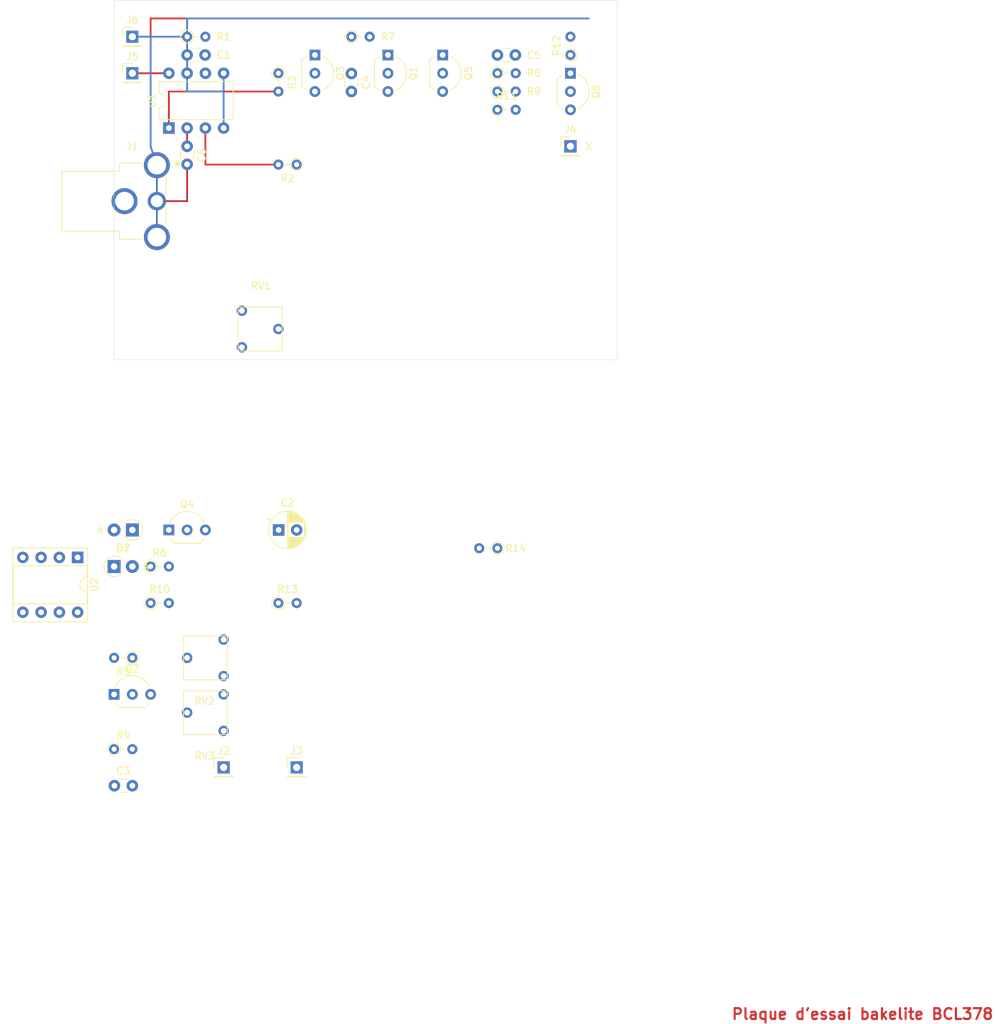
<source format=kicad_pcb>
(kicad_pcb (version 20211014) (generator pcbnew)
  (layers (0 "F.Cu" signal) (31 "B.Cu" signal) (34 "B.Paste" user) (35 "F.Paste" user) (36 "B.SilkS" user "B.Silkscreen") (37 "F.SilkS" user "F.Silkscreen") (38 "B.Mask" user) (39 "F.Mask" user) (44 "Edge.Cuts" user))
  (net 0 "")
  (net 1 "GND")
  (net 2 "+9V")
  (net 3 "Z")
  (net 4 "Net-(RV1-Pad2)")
  (net 5 "Net-(RV2-Pad2)")
  (net 9 "Net-(C1-Pad2)")
  (net 10 "Y")
  (net 11 "Net-(C4-Pad2)")
  (net 12 "Net-(C5-Pad1)")
  (net 13 "Net-(C5-Pad2)")
  (net 14 "Net-(C6-Pad1)")
  (net 15 "COMPOSITE_IN")
  (net 16 "Net-(D1-Pad1)")
  (net 17 "Net-(D1-Pad2)")
  (net 18 "X")
  (net 19 "Net-(Q1-Pad2)")
  (net 20 "Net-(Q2-Pad1)")
  (net 21 "Net-(Q3-Pad2)")
  (net 22 "Net-(Q4-Pad1)")
  (net 23 "Net-(Q5-Pad2)")
  (net 24 "Net-(Q6-Pad1)")
  (net 25 "Net-(R2-Pad2)")
  (net 26 "Net-(R3-Pad2)")
  (net 27 "Net-(R13-Pad1)")
  (footprint "Resistor_THT:R_Axial_DIN0204_L3.6mm_D1.6mm_P2.54mm_Vertical" (layer "F.Cu") (at 124.46 132.08)
    (fp_text reference "R13" (at 1.27 -1.92) (layer "F.SilkS"))
    (fp_text value "68k")
    (fp_line (start 0.92 0) (end 1.54 0) (layer "F.SilkS") (width 0.12))
    (fp_circle (center 0 0) (end 0.92 0) (layer "F.SilkS") (width 0.12) (fill none))
    (pad "1" thru_hole circle (at 0 0) (size 1.4 1.4) (drill 0.7) (layers *.Cu *.Mask) (net 27 "Net-(R13-Pad1)"))
    (pad "2" thru_hole oval (at 2.54 0) (size 1.4 1.4) (drill 0.7) (layers *.Cu *.Mask) (net 2 "+9V"))
  )
  (footprint "Resistor_THT:R_Axial_DIN0204_L3.6mm_D1.6mm_P2.54mm_Vertical" (layer "F.Cu") (at 154.94 58.42)
    (fp_text reference "R8" (at 5.08 0) (layer "F.SilkS"))
    (fp_text value "3.3k")
    (fp_line (start 0.92 0) (end 1.54 0) (layer "F.SilkS") (width 0.12))
    (fp_circle (center 0 0) (end 0.92 0) (layer "F.SilkS") (width 0.12) (fill none))
    (pad "1" thru_hole circle (at 0 0) (size 1.4 1.4) (drill 0.7) (layers *.Cu *.Mask) (net 12 "Net-(C5-Pad1)"))
    (pad "2" thru_hole oval (at 2.54 0) (size 1.4 1.4) (drill 0.7) (layers *.Cu *.Mask) (net 1 "GND"))
  )
  (footprint "Capacitor_THT:C_Disc_D3.0mm_W1.6mm_P2.50mm" (layer "F.Cu") (at 101.64 157.48)
    (fp_text reference "C3" (at 1.25 -2.05) (layer "F.SilkS"))
    (fp_text value "100n")
    (fp_line (start 0.621 -0.92) (end 1.879 -0.92) (layer "F.SilkS") (width 0.12))
    (fp_line (start 0.621 0.92) (end 1.879 0.92) (layer "F.SilkS") (width 0.12))
    (pad "1" thru_hole circle (at 0 0) (size 1.6 1.6) (drill 0.8) (layers *.Cu *.Mask) (net 2 "+9V"))
    (pad "2" thru_hole circle (at 2.5 0) (size 1.6 1.6) (drill 0.8) (layers *.Cu *.Mask) (net 10 "Y"))
  )
  (footprint "Connector_PinHeader_2.54mm:PinHeader_1x01_P2.54mm_Vertical" (layer "F.Cu") (at 165.1 68.58)
    (fp_text reference "J4" (at 0 -2.33) (layer "F.SilkS"))
    (fp_text value "X")
    (fp_line (start 1.33 1.27) (end 1.33 1.33) (layer "F.SilkS") (width 0.12))
    (fp_line (start -1.33 -1.33) (end 0 -1.33) (layer "F.SilkS") (width 0.12))
    (fp_line (start -1.33 1.27) (end 1.33 1.27) (layer "F.SilkS") (width 0.12))
    (fp_line (start -1.33 1.27) (end -1.33 1.33) (layer "F.SilkS") (width 0.12))
    (fp_line (start -1.33 1.33) (end 1.33 1.33) (layer "F.SilkS") (width 0.12))
    (fp_line (start -1.33 0) (end -1.33 -1.33) (layer "F.SilkS") (width 0.12))
    (pad "1" thru_hole rect (at 0 0) (size 1.7 1.7) (drill 1) (layers *.Cu *.Mask) (net 18 "X"))
  )
  (footprint "Resistor_THT:R_Axial_DIN0204_L3.6mm_D1.6mm_P2.54mm_Vertical" (layer "F.Cu") (at 127 71.12 180)
    (fp_text reference "R2" (at 1.27 -1.92) (layer "F.SilkS"))
    (fp_text value "6.8k")
    (fp_line (start 0.92 0) (end 1.54 0) (layer "F.SilkS") (width 0.12))
    (fp_circle (center 0 0) (end 0.92 0) (layer "F.SilkS") (width 0.12) (fill none))
    (pad "1" thru_hole circle (at 0 0 180) (size 1.4 1.4) (drill 0.7) (layers *.Cu *.Mask) (net 19 "Net-(Q1-Pad2)"))
    (pad "2" thru_hole oval (at 2.54 0 180) (size 1.4 1.4) (drill 0.7) (layers *.Cu *.Mask) (net 25 "Net-(R2-Pad2)"))
  )
  (footprint "Capacitor_THT:C_Disc_D3.0mm_W1.6mm_P2.50mm" (layer "F.Cu") (at 111.76 68.58 -90)
    (fp_text reference "C6" (at 1.25 -2.05 90) (layer "F.SilkS"))
    (fp_text value "0.01n")
    (fp_line (start 0.621 -0.92) (end 1.879 -0.92) (layer "F.SilkS") (width 0.12))
    (fp_line (start 0.621 0.92) (end 1.879 0.92) (layer "F.SilkS") (width 0.12))
    (pad "1" thru_hole circle (at 0 0 270) (size 1.6 1.6) (drill 0.8) (layers *.Cu *.Mask) (net 14 "Net-(C6-Pad1)"))
    (pad "2" thru_hole circle (at 2.5 0 270) (size 1.6 1.6) (drill 0.8) (layers *.Cu *.Mask) (net 15 "COMPOSITE_IN"))
  )
  (footprint "Capacitor_THT:C_Disc_D3.0mm_W1.6mm_P2.50mm" (layer "F.Cu") (at 111.76 55.88)
    (fp_text reference "C1" (at 5.08 0) (layer "F.SilkS"))
    (fp_text value "0.1u")
    (fp_line (start 0.621 0.92) (end 1.879 0.92) (layer "F.SilkS") (width 0.12))
    (fp_line (start 0.621 -0.92) (end 1.879 -0.92) (layer "F.SilkS") (width 0.12))
    (pad "1" thru_hole circle (at 0 0) (size 1.6 1.6) (drill 0.8) (layers *.Cu *.Mask) (net 1 "GND"))
    (pad "2" thru_hole circle (at 2.5 0) (size 1.6 1.6) (drill 0.8) (layers *.Cu *.Mask) (net 9 "Net-(C1-Pad2)"))
  )
  (footprint "Resistor_THT:R_Axial_DIN0204_L3.6mm_D1.6mm_P2.54mm_Vertical" (layer "F.Cu") (at 104.14 139.7 180)
    (fp_text reference "R5" (at 1.27 -1.92) (layer "F.SilkS"))
    (fp_text value "68k")
    (fp_line (start 0.92 0) (end 1.54 0) (layer "F.SilkS") (width 0.12))
    (fp_circle (center 0 0) (end 0.92 0) (layer "F.SilkS") (width 0.12) (fill none))
    (pad "1" thru_hole circle (at 0 0 180) (size 1.4 1.4) (drill 0.7) (layers *.Cu *.Mask) (net 1 "GND"))
    (pad "2" thru_hole oval (at 2.54 0 180) (size 1.4 1.4) (drill 0.7) (layers *.Cu *.Mask) (net 20 "Net-(Q2-Pad1)"))
  )
  (footprint "Package_TO_SOT_THT:TO-92_Inline_Wide" (layer "F.Cu") (at 147.32 55.88 -90)
    (fp_text reference "Q5" (at 2.54 -3.56 90) (layer "F.SilkS"))
    (fp_text value "2N3904")
    (fp_line (start 0.74 1.85) (end 4.34 1.85) (layer "F.SilkS") (width 0.12))
    (fp_arc (start 0.74 1.85) (mid 0.446097 1.509328) (end 0.215816 1.122795) (layer "F.SilkS") (width 0.12))
    (fp_arc (start 0.1836 -1.098807) (mid 1.143021 -2.192817) (end 2.54 -2.6) (layer "F.SilkS") (width 0.12))
    (fp_arc (start 4.864184 1.122795) (mid 4.633903 1.509328) (end 4.34 1.85) (layer "F.SilkS") (width 0.12))
    (fp_arc (start 2.54 -2.6) (mid 3.936979 -2.192818) (end 4.8964 -1.098807) (layer "F.SilkS") (width 0.12))
    (pad "1" thru_hole rect (at 0 0 270) (size 1.5 1.5) (drill 0.8) (layers *.Cu *.Mask) (net 12 "Net-(C5-Pad1)"))
    (pad "2" thru_hole circle (at 2.54 0 270) (size 1.5 1.5) (drill 0.8) (layers *.Cu *.Mask) (net 23 "Net-(Q5-Pad2)"))
    (pad "3" thru_hole circle (at 5.08 0 270) (size 1.5 1.5) (drill 0.8) (layers *.Cu *.Mask) (net 2 "+9V"))
  )
  (footprint "Diode_THT:D_A-405_P2.54mm_Vertical_AnodeUp" (layer "F.Cu") (at 101.6 127)
    (fp_text reference "D1" (at 1.27 -2.47) (layer "F.SilkS"))
    (fp_text value "D")
    (fp_text user "A" (at 4.44 0) (layer "F.SilkS"))
    (fp_arc (start 1.05385 0.968866) (mid -1.430816 -0.045469) (end 1.113239 -0.9) (layer "F.SilkS") (width 0.12))
    (pad "1" thru_hole rect (at 0 0) (size 1.8 1.8) (drill 0.9) (layers *.Cu *.Mask) (net 16 "Net-(D1-Pad1)"))
    (pad "2" thru_hole oval (at 2.54 0) (size 1.8 1.8) (drill 0.9) (layers *.Cu *.Mask) (net 17 "Net-(D1-Pad2)"))
  )
  (footprint "thlc:Potentiometer_Bourns_3386F_Vertical_copy" (layer "F.Cu") (at 116.84 144.78 180)
    (fp_text reference "RV3" (at 2.655 -8.555) (layer "F.SilkS"))
    (fp_text value "10k")
    (fp_line (start -0.508 -5.588) (end 5.588 -5.588) (layer "F.SilkS") (width 0.12))
    (fp_line (start -0.508 -5.588) (end -0.508 0.508) (layer "F.SilkS") (width 0.12))
    (fp_line (start 5.588 -5.588) (end 5.588 0.508) (layer "F.SilkS") (width 0.12))
    (fp_line (start -0.508 0.508) (end 5.588 0.508) (layer "F.SilkS") (width 0.12))
    (pad "1" thru_hole circle (at 0 0 180) (size 1.44 1.44) (drill 0.8) (layers *.Cu *.Mask) (net 1 "GND"))
    (pad "2" thru_hole circle (at 5.08 -2.54 180) (size 1.44 1.44) (drill 0.8) (layers *.Cu *.Mask) (net 3 "Z"))
    (pad "3" thru_hole circle (at 0 -5.08 180) (size 1.44 1.44) (drill 0.8) (layers *.Cu *.Mask) (net 4 "Net-(RV1-Pad2)"))
  )
  (footprint "Package_TO_SOT_THT:TO-92_Inline_Wide" (layer "F.Cu") (at 109.22 121.92)
    (fp_text reference "Q4" (at 2.54 -3.56) (layer "F.SilkS"))
    (fp_text value "2N3904")
    (fp_line (start 0.74 1.85) (end 4.34 1.85) (layer "F.SilkS") (width 0.12))
    (fp_arc (start 2.54 -2.6) (mid 3.936979 -2.192818) (end 4.8964 -1.098807) (layer "F.SilkS") (width 0.12))
    (fp_arc (start 0.1836 -1.098807) (mid 1.143021 -2.192817) (end 2.54 -2.6) (layer "F.SilkS") (width 0.12))
    (fp_arc (start 0.74 1.85) (mid 0.446097 1.509328) (end 0.215816 1.122795) (layer "F.SilkS") (width 0.12))
    (fp_arc (start 4.864184 1.122795) (mid 4.633903 1.509328) (end 4.34 1.85) (layer "F.SilkS") (width 0.12))
    (pad "1" thru_hole rect (at 0 0) (size 1.5 1.5) (drill 0.8) (layers *.Cu *.Mask) (net 22 "Net-(Q4-Pad1)"))
    (pad "2" thru_hole circle (at 2.54 0) (size 1.5 1.5) (drill 0.8) (layers *.Cu *.Mask) (net 17 "Net-(D1-Pad2)"))
    (pad "3" thru_hole circle (at 5.08 0) (size 1.5 1.5) (drill 0.8) (layers *.Cu *.Mask) (net 11 "Net-(C4-Pad2)"))
  )
  (footprint "Connector:CUI_RCJ-013" (layer "F.Cu") (at 101.6 76.2)
    (fp_text reference "J1" (at 2.54 -7.62) (layer "F.SilkS") (effects (font (size 1.001402 1.001402))))
    (fp_text value "Conn_Coaxial")
    (fp_line (start -7.25 -4.15) (end -7.25 4.15) (layer "F.SilkS") (width 0.127))
    (fp_line (start 0.75 4.15) (end 0.75 5.3) (layer "F.SilkS") (width 0.127))
    (fp_line (start 7.25 3.35) (end 7.25 0.8) (layer "F.SilkS") (width 0.127))
    (fp_line (start 7.25 -0.9) (end 7.25 -3.4) (layer "F.SilkS") (width 0.127))
    (fp_line (start 0.75 -5.3) (end 0.75 -4.15) (layer "F.SilkS") (width 0.127))
    (fp_line (start 0.75 5.3) (end 3.85 5.3) (layer "F.SilkS") (width 0.127))
    (fp_line (start -7.25 4.15) (end 0.75 4.15) (layer "F.SilkS") (width 0.127))
    (fp_line (start 0.75 -4.15) (end -7.25 -4.15) (layer "F.SilkS") (width 0.127))
    (fp_line (start 3.95 -5.3) (end 0.75 -5.3) (layer "F.SilkS") (width 0.127))
    (fp_circle (center 8.8 -5.2) (end 9 -5.2) (layer "F.SilkS") (width 0.4) (fill none))
    (pad "1" thru_hole circle (at 5.95 0) (size 2.55 2.55) (drill 1.7) (layers *.Cu *.Mask) (net 15 "COMPOSITE_IN"))
    (pad "2" thru_hole circle (at 1.45 0) (size 3.616 3.616) (drill 2.6) (layers *.Cu *.Mask) (net 1 "GND"))
    (pad "2" thru_hole circle (at 5.95 5) (size 3.616 3.616) (drill 2.6) (layers *.Cu *.Mask) (net 1 "GND"))
    (pad "2" thru_hole circle (at 5.95 -5) (size 3.616 3.616) (drill 2.6) (layers *.Cu *.Mask) (net 1 "GND"))
  )
  (footprint "Diode_THT:D_A-405_P2.54mm_Vertical_AnodeUp" (layer "F.Cu") (at 104.14 121.92 180)
    (fp_text reference "D2" (at 1.27 -2.47) (layer "F.SilkS"))
    (fp_text value "D")
    (fp_text user "A" (at 4.44 0) (layer "F.SilkS"))
    (fp_arc (start 1.05385 0.968866) (mid -1.430816 -0.045469) (end 1.113239 -0.9) (layer "F.SilkS") (width 0.12))
    (pad "1" thru_hole rect (at 0 0 180) (size 1.8 1.8) (drill 0.9) (layers *.Cu *.Mask) (net 1 "GND"))
    (pad "2" thru_hole oval (at 2.54 0 180) (size 1.8 1.8) (drill 0.9) (layers *.Cu *.Mask) (net 16 "Net-(D1-Pad1)"))
  )
  (footprint "Connector_PinHeader_2.54mm:PinHeader_1x01_P2.54mm_Vertical" (layer "F.Cu") (at 104.14 58.42)
    (fp_text reference "J5" (at 0 -2.33) (layer "F.SilkS"))
    (fp_text value "CVcc")
    (fp_line (start 1.33 1.27) (end 1.33 1.33) (layer "F.SilkS") (width 0.12))
    (fp_line (start -1.33 -1.33) (end 0 -1.33) (layer "F.SilkS") (width 0.12))
    (fp_line (start -1.33 1.27) (end 1.33 1.27) (layer "F.SilkS") (width 0.12))
    (fp_line (start -1.33 1.33) (end 1.33 1.33) (layer "F.SilkS") (width 0.12))
    (fp_line (start -1.33 0) (end -1.33 -1.33) (layer "F.SilkS") (width 0.12))
    (fp_line (start -1.33 1.27) (end -1.33 1.33) (layer "F.SilkS") (width 0.12))
    (pad "1" thru_hole rect (at 0 0) (size 1.7 1.7) (drill 1) (layers *.Cu *.Mask) (net 2 "+9V"))
  )
  (footprint "Resistor_THT:R_Axial_DIN0204_L3.6mm_D1.6mm_P2.54mm_Vertical" (layer "F.Cu") (at 154.94 124.46 180)
    (fp_text reference "R14" (at -2.54 0) (layer "F.SilkS"))
    (fp_text value "200")
    (fp_line (start 0.92 0) (end 1.54 0) (layer "F.SilkS") (width 0.12))
    (fp_circle (center 0 0) (end 0.92 0) (layer "F.SilkS") (width 0.12) (fill none))
    (pad "1" thru_hole circle (at 0 0 180) (size 1.4 1.4) (drill 0.7) (layers *.Cu *.Mask) (net 3 "Z"))
    (pad "2" thru_hole oval (at 2.54 0 180) (size 1.4 1.4) (drill 0.7) (layers *.Cu *.Mask) (net 1 "GND"))
  )
  (footprint "Package_TO_SOT_THT:TO-92_Inline_Wide" (layer "F.Cu") (at 129.54 55.88 -90)
    (fp_text reference "Q3" (at 2.54 -3.56 90) (layer "F.SilkS"))
    (fp_text value "2N3906")
    (fp_line (start 0.74 1.85) (end 4.34 1.85) (layer "F.SilkS") (width 0.12))
    (fp_arc (start 2.54 -2.6) (mid 3.936979 -2.192818) (end 4.8964 -1.098807) (layer "F.SilkS") (width 0.12))
    (fp_arc (start 0.1836 -1.098807) (mid 1.143021 -2.192817) (end 2.54 -2.6) (layer "F.SilkS") (width 0.12))
    (fp_arc (start 4.864184 1.122795) (mid 4.633903 1.509328) (end 4.34 1.85) (layer "F.SilkS") (width 0.12))
    (fp_arc (start 0.74 1.85) (mid 0.446097 1.509328) (end 0.215816 1.122795) (layer "F.SilkS") (width 0.12))
    (pad "1" thru_hole rect (at 0 0 270) (size 1.5 1.5) (drill 0.8) (layers *.Cu *.Mask) (net 2 "+9V"))
    (pad "2" thru_hole circle (at 2.54 0 270) (size 1.5 1.5) (drill 0.8) (layers *.Cu *.Mask) (net 21 "Net-(Q3-Pad2)"))
    (pad "3" thru_hole circle (at 5.08 0 270) (size 1.5 1.5) (drill 0.8) (layers *.Cu *.Mask) (net 11 "Net-(C4-Pad2)"))
  )
  (footprint "thlc:Potentiometer_Bourns_3386F_Vertical_copy" (layer "F.Cu") (at 116.84 137.16 180)
    (fp_text reference "RV2" (at 2.655 -8.555) (layer "F.SilkS"))
    (fp_text value "10k")
    (fp_line (start -0.508 0.508) (end 5.588 0.508) (layer "F.SilkS") (width 0.12))
    (fp_line (start 5.588 -5.588) (end 5.588 0.508) (layer "F.SilkS") (width 0.12))
    (fp_line (start -0.508 -5.588) (end -0.508 0.508) (layer "F.SilkS") (width 0.12))
    (fp_line (start -0.508 -5.588) (end 5.588 -5.588) (layer "F.SilkS") (width 0.12))
    (pad "1" thru_hole circle (at 0 0 180) (size 1.44 1.44) (drill 0.8) (layers *.Cu *.Mask) (net 27 "Net-(R13-Pad1)"))
    (pad "2" thru_hole circle (at 5.08 -2.54 180) (size 1.44 1.44) (drill 0.8) (layers *.Cu *.Mask) (net 5 "Net-(RV2-Pad2)"))
    (pad "3" thru_hole circle (at 0 -5.08 180) (size 1.44 1.44) (drill 0.8) (layers *.Cu *.Mask) (net 1 "GND"))
  )
  (footprint "Connector_PinHeader_2.54mm:PinHeader_1x01_P2.54mm_Vertical" (layer "F.Cu") (at 116.84 154.94)
    (fp_text reference "J2" (at 0 -2.33) (layer "F.SilkS"))
    (fp_text value "Y")
    (fp_line (start -1.33 1.27) (end 1.33 1.27) (layer "F.SilkS") (width 0.12))
    (fp_line (start -1.33 -1.33) (end 0 -1.33) (layer "F.SilkS") (width 0.12))
    (fp_line (start -1.33 1.33) (end 1.33 1.33) (layer "F.SilkS") (width 0.12))
    (fp_line (start 1.33 1.27) (end 1.33 1.33) (layer "F.SilkS") (width 0.12))
    (fp_line (start -1.33 1.27) (end -1.33 1.33) (layer "F.SilkS") (width 0.12))
    (fp_line (start -1.33 0) (end -1.33 -1.33) (layer "F.SilkS") (width 0.12))
    (pad "1" thru_hole rect (at 0 0) (size 1.7 1.7) (drill 1) (layers *.Cu *.Mask) (net 10 "Y"))
  )
  (footprint "Resistor_THT:R_Axial_DIN0204_L3.6mm_D1.6mm_P2.54mm_Vertical" (layer "F.Cu") (at 154.94 63.5)
    (fp_text reference "R11" (at 1.27 -1.92) (layer "F.SilkS"))
    (fp_text value "2.2k")
    (fp_line (start 0.92 0) (end 1.54 0) (layer "F.SilkS") (width 0.12))
    (fp_circle (center 0 0) (end 0.92 0) (layer "F.SilkS") (width 0.12) (fill none))
    (pad "1" thru_hole circle (at 0 0) (size 1.4 1.4) (drill 0.7) (layers *.Cu *.Mask) (net 2 "+9V"))
    (pad "2" thru_hole oval (at 2.54 0) (size 1.4 1.4) (drill 0.7) (layers *.Cu *.Mask) (net 18 "X"))
  )
  (footprint "Package_DIP:DIP-8_W7.62mm" (layer "F.Cu") (at 109.22 66.04 90)
    (fp_text reference "U1" (at 3.81 -2.33 90) (layer "F.SilkS"))
    (fp_text value "LM1881")
    (fp_line (start 1.16 8.95) (end 6.46 8.95) (layer "F.SilkS") (width 0.12))
    (fp_line (start 2.81 -1.33) (end 1.16 -1.33) (layer "F.SilkS") (width 0.12))
    (fp_line (start 6.46 8.95) (end 6.46 -1.33) (layer "F.SilkS") (width 0.12))
    (fp_line (start 1.16 -1.33) (end 1.16 8.95) (layer "F.SilkS") (width 0.12))
    (fp_line (start 6.46 -1.33) (end 4.81 -1.33) (layer "F.SilkS") (width 0.12))
    (fp_arc (start 4.81 -1.33) (mid 3.81 -0.33) (end 2.81 -1.33) (layer "F.SilkS") (width 0.12))
    (pad "1" thru_hole rect (at 0 0 90) (size 1.6 1.6) (drill 0.8) (layers *.Cu *.Mask) (net 26 "Net-(R3-Pad2)"))
    (pad "2" thru_hole oval (at 0 2.54 90) (size 1.6 1.6) (drill 0.8) (layers *.Cu *.Mask) (net 14 "Net-(C6-Pad1)"))
    (pad "3" thru_hole oval (at 0 5.08 90) (size 1.6 1.6) (drill 0.8) (layers *.Cu *.Mask) (net 25 "Net-(R2-Pad2)"))
    (pad "4" thru_hole oval (at 0 7.62 90) (size 1.6 1.6) (drill 0.8) (layers *.Cu *.Mask) (net 1 "GND"))
    (pad "5" thru_hole oval (at 7.62 7.62 90) (size 1.6 1.6) (drill 0.8) (layers *.Cu *.Mask) (net 1 "GND"))
    (pad "6" thru_hole oval (at 7.62 5.08 90) (size 1.6 1.6) (drill 0.8) (layers *.Cu *.Mask) (net 9 "Net-(C1-Pad2)"))
    (pad "7" thru_hole oval (at 7.62 2.54 90) (size 1.6 1.6) (drill 0.8) (layers *.Cu *.Mask) (net 1 "GND"))
    (pad "8" thru_hole oval (at 7.62 0 90) (size 1.6 1.6) (drill 0.8) (layers *.Cu *.Mask) (net 2 "+9V"))
  )
  (footprint "Resistor_THT:R_Axial_DIN0204_L3.6mm_D1.6mm_P2.54mm_Vertical" (layer "F.Cu") (at 165.1 55.88 90)
    (fp_text reference "R12" (at 1.27 -1.92 90) (layer "F.SilkS"))
    (fp_text value "2.2k")
    (fp_line (start 0.92 0) (end 1.54 0) (layer "F.SilkS") (width 0.12))
    (fp_circle (center 0 0) (end 0.92 0) (layer "F.SilkS") (width 0.12) (fill none))
    (pad "1" thru_hole circle (at 0 0 90) (size 1.4 1.4) (drill 0.7) (layers *.Cu *.Mask) (net 24 "Net-(Q6-Pad1)"))
    (pad "2" thru_hole oval (at 2.54 0 90) (size 1.4 1.4) (drill 0.7) (layers *.Cu *.Mask) (net 1 "GND"))
  )
  (footprint "Package_TO_SOT_THT:TO-92_Inline_Wide" (layer "F.Cu") (at 139.7 55.88 -90)
    (fp_text reference "Q1" (at 2.54 -3.56 90) (layer "F.SilkS"))
    (fp_text value "2N3906")
    (fp_line (start 0.74 1.85) (end 4.34 1.85) (layer "F.SilkS") (width 0.12))
    (fp_arc (start 0.1836 -1.098807) (mid 1.143021 -2.192817) (end 2.54 -2.6) (layer "F.SilkS") (width 0.12))
    (fp_arc (start 4.864184 1.122795) (mid 4.633903 1.509328) (end 4.34 1.85) (layer "F.SilkS") (width 0.12))
    (fp_arc (start 2.54 -2.6) (mid 3.936979 -2.192818) (end 4.8964 -1.098807) (layer "F.SilkS") (width 0.12))
    (fp_arc (start 0.74 1.85) (mid 0.446097 1.509328) (end 0.215816 1.122795) (layer "F.SilkS") (width 0.12))
    (pad "1" thru_hole rect (at 0 0 270) (size 1.5 1.5) (drill 0.8) (layers *.Cu *.Mask) (net 2 "+9V"))
    (pad "2" thru_hole circle (at 2.54 0 270) (size 1.5 1.5) (drill 0.8) (layers *.Cu *.Mask) (net 19 "Net-(Q1-Pad2)"))
    (pad "3" thru_hole circle (at 5.08 0 270) (size 1.5 1.5) (drill 0.8) (layers *.Cu *.Mask) (net 10 "Y"))
  )
  (footprint "Package_TO_SOT_THT:TO-92_Inline_Wide" (layer "F.Cu") (at 165.1 58.42 -90)
    (fp_text reference "Q6" (at 2.54 -3.56 90) (layer "F.SilkS"))
    (fp_text value "2N3904")
    (fp_line (start 0.74 1.85) (end 4.34 1.85) (layer "F.SilkS") (width 0.12))
    (fp_arc (start 2.54 -2.6) (mid 3.936979 -2.192818) (end 4.8964 -1.098807) (layer "F.SilkS") (width 0.12))
    (fp_arc (start 4.864184 1.122795) (mid 4.633903 1.509328) (end 4.34 1.85) (layer "F.SilkS") (width 0.12))
    (fp_arc (start 0.1836 -1.098807) (mid 1.143021 -2.192817) (end 2.54 -2.6) (layer "F.SilkS") (width 0.12))
    (fp_arc (start 0.74 1.85) (mid 0.446097 1.509328) (end 0.215816 1.122795) (layer "F.SilkS") (width 0.12))
    (pad "1" thru_hole rect (at 0 0 270) (size 1.5 1.5) (drill 0.8) (layers *.Cu *.Mask) (net 24 "Net-(Q6-Pad1)"))
    (pad "2" thru_hole circle (at 2.54 0 270) (size 1.5 1.5) (drill 0.8) (layers *.Cu *.Mask) (net 13 "Net-(C5-Pad2)"))
    (pad "3" thru_hole circle (at 5.08 0 270) (size 1.5 1.5) (drill 0.8) (layers *.Cu *.Mask) (net 18 "X"))
  )
  (footprint "Capacitor_THT:C_Disc_D3.0mm_W1.6mm_P2.50mm" (layer "F.Cu") (at 154.94 55.88)
    (fp_text reference "C5" (at 5.08 0) (layer "F.SilkS"))
    (fp_text value "0.1u")
    (fp_line (start 0.621 -0.92) (end 1.879 -0.92) (layer "F.SilkS") (width 0.12))
    (fp_line (start 0.621 0.92) (end 1.879 0.92) (layer "F.SilkS") (width 0.12))
    (pad "1" thru_hole circle (at 0 0) (size 1.6 1.6) (drill 0.8) (layers *.Cu *.Mask) (net 12 "Net-(C5-Pad1)"))
    (pad "2" thru_hole circle (at 2.5 0) (size 1.6 1.6) (drill 0.8) (layers *.Cu *.Mask) (net 13 "Net-(C5-Pad2)"))
  )
  (footprint "Resistor_THT:R_Axial_DIN0204_L3.6mm_D1.6mm_P2.54mm_Vertical" (layer "F.Cu") (at 134.62 53.34)
    (fp_text reference "R7" (at 5.08 0) (layer "F.SilkS"))
    (fp_text value "180")
    (fp_line (start 0.92 0) (end 1.54 0) (layer "F.SilkS") (width 0.12))
    (fp_circle (center 0 0) (end 0.92 0) (layer "F.SilkS") (width 0.12) (fill none))
    (pad "1" thru_hole circle (at 0 0) (size 1.4 1.4) (drill 0.7) (layers *.Cu *.Mask) (net 11 "Net-(C4-Pad2)"))
    (pad "2" thru_hole oval (at 2.54 0) (size 1.4 1.4) (drill 0.7) (layers *.Cu *.Mask) (net 23 "Net-(Q5-Pad2)"))
  )
  (footprint "Resistor_THT:R_Axial_DIN0204_L3.6mm_D1.6mm_P2.54mm_Vertical" (layer "F.Cu") (at 111.76 53.34)
    (fp_text reference "R1" (at 5.08 0) (layer "F.SilkS"))
    (fp_text value "680k")
    (fp_line (start 0.92 0) (end 1.54 0) (layer "F.SilkS") (width 0.12))
    (fp_circle (center 0 0) (end 0.92 0) (layer "F.SilkS") (width 0.12) (fill none))
    (pad "1" thru_hole circle (at 0 0) (size 1.4 1.4) (drill 0.7) (layers *.Cu *.Mask) (net 1 "GND"))
    (pad "2" thru_hole oval (at 2.54 0) (size 1.4 1.4) (drill 0.7) (layers *.Cu *.Mask) (net 9 "Net-(C1-Pad2)"))
  )
  (footprint "Capacitor_THT:C_Disc_D3.0mm_W1.6mm_P2.50mm" (layer "F.Cu") (at 134.62 58.46 -90)
    (fp_text reference "C4" (at 1.25 -2.05 90) (layer "F.SilkS"))
    (fp_text value "22n")
    (fp_line (start 0.621 0.92) (end 1.879 0.92) (layer "F.SilkS") (width 0.12))
    (fp_line (start 0.621 -0.92) (end 1.879 -0.92) (layer "F.SilkS") (width 0.12))
    (pad "1" thru_hole circle (at 0 0 270) (size 1.6 1.6) (drill 0.8) (layers *.Cu *.Mask) (net 2 "+9V"))
    (pad "2" thru_hole circle (at 2.5 0 270) (size 1.6 1.6) (drill 0.8) (layers *.Cu *.Mask) (net 11 "Net-(C4-Pad2)"))
  )
  (footprint "Resistor_THT:R_Axial_DIN0204_L3.6mm_D1.6mm_P2.54mm_Vertical" (layer "F.Cu") (at 106.68 132.08)
    (fp_text reference "R10" (at 1.27 -1.92) (layer "F.SilkS"))
    (fp_text value "3.3k")
    (fp_line (start 0.92 0) (end 1.54 0) (layer "F.SilkS") (width 0.12))
    (fp_circle (center 0 0) (end 0.92 0) (layer "F.SilkS") (width 0.12) (fill none))
    (pad "1" thru_hole circle (at 0 0) (size 1.4 1.4) (drill 0.7) (layers *.Cu *.Mask) (net 13 "Net-(C5-Pad2)"))
    (pad "2" thru_hole oval (at 2.54 0) (size 1.4 1.4) (drill 0.7) (layers *.Cu *.Mask) (net 1 "GND"))
  )
  (footprint "Capacitor_THT:CP_Radial_D5.0mm_P2.50mm" (layer "F.Cu") (at 124.5 121.92)
    (fp_text reference "C2" (at 1.25 -3.75) (layer "F.SilkS"))
    (fp_text value "10u")
    (fp_line (start 1.53 1.04) (end 1.53 2.565) (layer "F.SilkS") (width 0.12))
    (fp_line (start 2.731 -2.122) (end 2.731 -1.04) (layer "F.SilkS") (width 0.12))
    (fp_line (start 2.571 1.04) (end 2.571 2.224) (layer "F.SilkS") (width 0.12))
    (fp_line (start 1.61 -2.556) (end 1.61 -1.04) (layer "F.SilkS") (width 0.12))
    (fp_line (start 1.49 1.04) (end 1.49 2.569) (layer "F.SilkS") (width 0.12))
    (fp_line (start 3.531 1.04) (end 3.531 1.251) (layer "F.SilkS") (width 0.12))
    (fp_line (start 1.89 1.04) (end 1.89 2.501) (layer "F.SilkS") (width 0.12))
    (fp_line (start 3.011 -1.901) (end 3.011 -1.04) (layer "F.SilkS") (width 0.12))
    (fp_line (start 1.93 -2.491) (end 1.93 -1.04) (layer "F.SilkS") (width 0.12))
    (fp_line (start 2.651 1.04) (end 2.651 2.175) (layer "F.SilkS") (width 0.12))
    (fp_line (start 3.051 1.04) (end 3.051 1.864) (layer "F.SilkS") (width 0.12))
    (fp_line (start 2.851 -2.035) (end 2.851 -1.04) (layer "F.SilkS") (width 0.12))
    (fp_line (start 3.371 1.04) (end 3.371 1.5) (layer "F.SilkS") (width 0.12))
    (fp_line (start 2.131 1.04) (end 2.131 2.428) (layer "F.SilkS") (width 0.12))
    (fp_line (start 1.53 -2.565) (end 1.53 -1.04) (layer "F.SilkS") (width 0.12))
    (fp_line (start 3.331 -1.554) (end 3.331 -1.04) (layer "F.SilkS") (width 0.12))
    (fp_line (start 1.41 -2.576) (end 1.41 2.576) (layer "F.SilkS") (width 0.12))
    (fp_line (start 3.491 -1.319) (end 3.491 -1.04) (layer "F.SilkS") (width 0.12))
    (fp_line (start 3.571 -1.178) (end 3.571 1.178) (layer "F.SilkS") (width 0.12))
    (fp_line (start 3.291 -1.605) (end 3.291 -1.04) (layer "F.SilkS") (width 0.12))
    (fp_line (start 1.77 1.04) (end 1.77 2.528) (layer "F.SilkS") (width 0.12))
    (fp_line (start 3.171 1.04) (end 3.171 1.743) (layer "F.SilkS") (width 0.12))
    (fp_line (start 2.411 1.04) (end 2.411 2.31) (layer "F.SilkS") (width 0.12))
    (fp_line (start 3.131 -1.785) (end 3.131 -1.04) (layer "F.SilkS") (width 0.12))
    (fp_line (start 1.45 -2.573) (end 1.45 2.573) (layer "F.SilkS") (width 0.12))
    (fp_line (start 2.371 -2.329) (end 2.371 -1.04) (layer "F.SilkS") (width 0.12))
    (fp_line (start 3.731 -0.805) (end 3.731 0.805) (layer "F.SilkS") (width 0.12))
    (fp_line (start 2.451 1.04) (end 2.451 2.29) (layer "F.SilkS") (width 0.12))
    (fp_line (start 3.011 1.04) (end 3.011 1.901) (layer "F.SilkS") (width 0.12))
    (fp_line (start -1.554775 -1.475) (end -1.054775 -1.475) (layer "F.SilkS") (width 0.12))
    (fp_line (start 3.691 -0.915) (end 3.691 0.915) (layer "F.SilkS") (width 0.12))
    (fp_line (start 3.211 1.04) (end 3.211 1.699) (layer "F.SilkS") (width 0.12))
    (fp_line (start -1.304775 -1.725) (end -1.304775 -1.225) (layer "F.SilkS") (width 0.12))
    (fp_line (start 3.251 1.04) (end 3.251 1.653) (layer "F.SilkS") (width 0.12))
    (fp_line (start 1.57 -2.561) (end 1.57 -1.04) (layer "F.SilkS") (width 0.12))
    (fp_line (start 2.771 1.04) (end 2.771 2.095) (layer "F.SilkS") (width 0.12))
    (fp_line (start 1.971 -2.48) (end 1.971 -1.04) (layer "F.SilkS") (width 0.12))
    (fp_line (start 1.69 1.04) (end 1.69 2.543) (layer "F.SilkS") (width 0.12))
    (fp_line (start 3.611 -1.098) (end 3.611 1.098) (layer "F.SilkS") (width 0.12))
    (fp_line (start 1.57 1.04) (end 1.57 2.561) (layer "F.SilkS") (width 0.12))
    (fp_line (start 1.93 1.04) (end 1.93 2.491) (layer "F.SilkS") (width 0.12))
    (fp_line (start 3.291 1.04) (end 3.291 1.605) (layer "F.SilkS") (width 0.12))
    (fp_line (start 1.49 -2.569) (end 1.49 -1.04) (layer "F.SilkS") (width 0.12))
    (fp_line (start 2.211 1.04) (end 2.211 2.398) (layer "F.SilkS") (width 0.12))
    (fp_line (start 1.61 1.04) (end 1.61 2.556) (layer "F.SilkS") (width 0.12))
    (fp_line (start 2.491 1.04) (end 2.491 2.268) (layer "F.SilkS") (width 0.12))
    (fp_line (start 3.051 -1.864) (end 3.051 -1.04) (layer "F.SilkS") (width 0.12))
    (fp_line (start 1.65 1.04) (end 1.65 2.55) (layer "F.SilkS") (width 0.12))
    (fp_line (start 3.371 -1.5) (end 3.371 -1.04) (layer "F.SilkS") (width 0.12))
    (fp_line (start 2.411 -2.31) (end 2.411 -1.04) (layer "F.SilkS") (width 0.12))
    (fp_line (start 2.531 -2.247) (end 2.531 -1.04) (layer "F.SilkS") (width 0.12))
    (fp_line (start 1.971 1.04) (end 1.971 2.48) (layer "F.SilkS") (width 0.12))
    (fp_line (start 2.531 1.04) (end 2.531 2.247) (layer "F.SilkS") (width 0.12))
    (fp_line (start 2.571 -2.224) (end 2.571 -1.04) (layer "F.SilkS") (width 0.12))
    (fp_line (start 3.091 -1.826) (end 3.091 -1.04) (layer "F.SilkS") (width 0.12))
    (fp_line (start 2.811 -2.065) (end 2.811 -1.04) (layer "F.SilkS") (width 0.12))
    (fp_line (start 2.891 1.04) (end 2.891 2.004) (layer "F.SilkS") (width 0.12))
    (fp_line (start 2.171 1.04) (end 2.171 2.414) (layer "F.SilkS") (width 0.12))
    (fp_line (start 2.131 -2.428) (end 2.131 -1.04) (layer "F.SilkS") (width 0.12))
    (fp_line (start 2.371 1.04) (end 2.371 2.329) (layer "F.SilkS") (width 0.12))
    (fp_line (start 2.171 -2.414) (end 2.171 -1.04) (layer "F.SilkS") (width 0.12))
    (fp_line (start 2.091 1.04) (end 2.091 2.442) (layer "F.SilkS") (width 0.12))
    (fp_line (start 1.81 1.04) (end 1.81 2.52) (layer "F.SilkS") (width 0.12))
    (fp_line (start 2.211 -2.398) (end 2.211 -1.04) (layer "F.SilkS") (width 0.12))
    (fp_line (start 1.77 -2.528) (end 1.77 -1.04) (layer "F.SilkS") (width 0.12))
    (fp_line (start 1.89 -2.501) (end 1.89 -1.04) (layer "F.SilkS") (width 0.12))
    (fp_line (start 1.73 1.04) (end 1.73 2.536) (layer "F.SilkS") (width 0.12))
    (fp_line (start 2.611 -2.2) (end 2.611 -1.04) (layer "F.SilkS") (width 0.12))
    (fp_line (start 3.331 1.04) (end 3.331 1.554) (layer "F.SilkS") (width 0.12))
    (fp_line (start 2.331 1.04) (end 2.331 2.348) (layer "F.SilkS") (width 0.12))
    (fp_line (start 2.451 -2.29) (end 2.451 -1.04) (layer "F.SilkS") (width 0.12))
    (fp_line (start 1.25 -2.58) (end 1.25 2.58) (layer "F.SilkS") (width 0.12))
    (fp_line (start 1.69 -2.543) (end 1.69 -1.04) (layer "F.SilkS") (width 0.12))
    (fp_line (start 2.331 -2.348) (end 2.331 -1.04) (layer "F.SilkS") (width 0.12))
    (fp_line (start 2.011 1.04) (end 2.011 2.468) (layer "F.SilkS") (width 0.12))
    (fp_line (start 1.85 1.04) (end 1.85 2.511) (layer "F.SilkS") (width 0.12))
    (fp_line (start 2.291 -2.365) (end 2.291 -1.04) (layer "F.SilkS") (width 0.12))
    (fp_line (start 3.091 1.04) (end 3.091 1.826) (layer "F.SilkS") (width 0.12))
    (fp_line (start 2.691 -2.149) (end 2.691 -1.04) (layer "F.SilkS") (width 0.12))
    (fp_line (start 3.411 -1.443) (end 3.411 -1.04) (layer "F.SilkS") (width 0.12))
    (fp_line (start 3.451 1.04) (end 3.451 1.383) (layer "F.SilkS") (width 0.12))
    (fp_line (start 2.731 1.04) (end 2.731 2.122) (layer "F.SilkS") (width 0.12))
    (fp_line (start 2.051 -2.455) (end 2.051 -1.04) (layer "F.SilkS") (width 0.12))
    (fp_line (start 2.291 1.04) (end 2.291 2.365) (layer "F.SilkS") (width 0.12))
    (fp_line (start 2.251 -2.382) (end 2.251 -1.04) (layer "F.SilkS") (width 0.12))
    (fp_line (start 3.811 -0.518) (end 3.811 0.518) (layer "F.SilkS") (width 0.12))
    (fp_line (start 3.171 -1.743) (end 3.171 -1.04) (layer "F.SilkS") (width 0.12))
    (fp_line (start 2.251 1.04) (end 2.251 2.382) (layer "F.SilkS") (width 0.12))
    (fp_line (start 3.451 -1.383) (end 3.451 -1.04) (layer "F.SilkS") (width 0.12))
    (fp_line (start 2.851 1.04) (end 2.851 2.035) (layer "F.SilkS") (width 0.12))
    (fp_line (start 1.65 -2.55) (end 1.65 -1.04) (layer "F.SilkS") (width 0.12))
    (fp_line (start 3.131 1.04) (end 3.131 1.785) (layer "F.SilkS") (width 0.12))
    (fp_line (start 3.211 -1.699) (end 3.211 -1.04) (layer "F.SilkS") (width 0.12))
    (fp_line (start 1.81 -2.52) (end 1.81 -1.04) (layer "F.SilkS") (width 0.12))
    (fp_line (start 1.37 -2.578) (end 1.37 2.578) (layer "F.SilkS") (width 0.12))
    (fp_line (start 2.811 1.04) (end 2.811 2.065) (layer "F.SilkS") (width 0.12))
    (fp_line (start 1.85 -2.511) (end 1.85 -1.04) (layer "F.SilkS") (width 0.12))
    (fp_line (start 2.651 -2.175) (end 2.651 -1.04) (layer "F.SilkS") (width 0.12))
    (fp_line (start 2.891 -2.004) (end 2.891 -1.04) (layer "F.SilkS") (width 0.12))
    (fp_line (start 1.73 -2.536) (end 1.73 -1.04) (layer "F.SilkS") (width 0.12))
    (fp_line (start 2.091 -2.442) (end 2.091 -1.04) (layer "F.SilkS") (width 0.12))
    (fp_line (start 2.491 -2.268) (end 2.491 -1.04) (layer "F.SilkS") (width 0.12))
    (fp_line (start 2.771 -2.095) (end 2.771 -1.04) (layer "F.SilkS") (width 0.12))
    (fp_line (start 3.531 -1.251) (end 3.531 -1.04) (layer "F.SilkS") (width 0.12))
    (fp_line (start 3.411 1.04) (end 3.411 1.443) (layer "F.SilkS") (width 0.12))
    (fp_line (start 3.251 -1.653) (end 3.251 -1.04) (layer "F.SilkS") (width 0.12))
    (fp_line (start 1.33 -2.579) (end 1.33 2.579) (layer "F.SilkS") (width 0.12))
    (fp_line (start 2.931 -1.971) (end 2.931 -1.04) (layer "F.SilkS") (width 0.12))
    (fp_line (start 1.29 -2.58) (end 1.29 2.58) (layer "F.SilkS") (width 0.12))
    (fp_line (start 2.971 -1.937) (end 2.971 -1.04) (layer "F.SilkS") (width 0.12))
    (fp_line (start 2.691 1.04) (end 2.691 2.149) (layer "F.SilkS") (width 0.12))
    (fp_line (start 3.851 -0.284) (end 3.851 0.284) (layer "F.SilkS") (width 0.12))
    (fp_line (start 2.051 1.04) (end 2.051 2.455) (layer "F.SilkS") (width 0.12))
    (fp_line (start 2.931 1.04) (end 2.931 1.971) (layer "F.SilkS") (width 0.12))
    (fp_line (start 3.491 1.04) (end 3.491 1.319) (layer "F.SilkS") (width 0.12))
    (fp_line (start 2.011 -2.468) (end 2.011 -1.04) (layer "F.SilkS") (width 0.12))
    (fp_line (start 2.971 1.04) (end 2.971 1.937) (layer "F.SilkS") (width 0.12))
    (fp_line (start 3.771 -0.677) (end 3.771 0.677) (layer "F.SilkS") (width 0.12))
    (fp_line (start 2.611 1.04) (end 2.611 2.2) (layer "F.SilkS") (width 0.12))
    (fp_line (start 3.651 -1.011) (end 3.651 1.011) (layer "F.SilkS") (width 0.12))
    (fp_circle (center 1.25 0) (end 3.87 0) (layer "F.SilkS") (width 0.12) (fill none))
    (pad "1" thru_hole rect (at 0 0) (size 1.6 1.6) (drill 0.8) (layers *.Cu *.Mask) (net 2 "+9V"))
    (pad "2" thru_hole circle (at 2.5 0) (size 1.6 1.6) (drill 0.8) (layers *.Cu *.Mask) (net 1 "GND"))
  )
  (footprint "Resistor_THT:R_Axial_DIN0204_L3.6mm_D1.6mm_P2.54mm_Vertical" (layer "F.Cu") (at 101.6 152.4)
    (fp_text reference "R4" (at 1.27 -1.92) (layer "F.SilkS"))
    (fp_text value "3.3k")
    (fp_line (start 0.92 0) (end 1.54 0) (layer "F.SilkS") (width 0.12))
    (fp_circle (center 0 0) (end 0.92 0) (layer "F.SilkS") (width 0.12) (fill none))
    (pad "1" thru_hole circle (at 0 0) (size 1.4 1.4) (drill 0.7) (layers *.Cu *.Mask) (net 2 "+9V"))
    (pad "2" thru_hole oval (at 2.54 0) (size 1.4 1.4) (drill 0.7) (layers *.Cu *.Mask) (net 17 "Net-(D1-Pad2)"))
  )
  (footprint "Resistor_THT:R_Axial_DIN0204_L3.6mm_D1.6mm_P2.54mm_Vertical" (layer "F.Cu") (at 124.46 58.42 -90)
    (fp_text reference "R3" (at 1.27 -1.92 90) (layer "F.SilkS"))
    (fp_text value "6.8k")
    (fp_line (start 0.92 0) (end 1.54 0) (layer "F.SilkS") (width 0.12))
    (fp_circle (center 0 0) (end 0.92 0) (layer "F.SilkS") (width 0.12) (fill none))
    (pad "1" thru_hole circle (at 0 0 270) (size 1.4 1.4) (drill 0.7) (layers *.Cu *.Mask) (net 21 "Net-(Q3-Pad2)"))
    (pad "2" thru_hole oval (at 2.54 0 270) (size 1.4 1.4) (drill 0.7) (layers *.Cu *.Mask) (net 26 "Net-(R3-Pad2)"))
  )
  (footprint "thlc:Potentiometer_Bourns_3386F_Vertical_copy" (layer "F.Cu") (at 119.38 96.52)
    (fp_text reference "RV1" (at 2.655 -8.555) (layer "F.SilkS"))
    (fp_text value "1k")
    (fp_line (start -0.508 -5.588) (end 5.588 -5.588) (layer "F.SilkS") (width 0.12))
    (fp_line (start -0.508 0.508) (end 5.588 0.508) (layer "F.SilkS") (width 0.12))
    (fp_line (start -0.508 -5.588) (end -0.508 0.508) (layer "F.SilkS") (width 0.12))
    (fp_line (start 5.588 -5.588) (end 5.588 0.508) (layer "F.SilkS") (width 0.12))
    (pad "1" thru_hole circle (at 0 0) (size 1.44 1.44) (drill 0.8) (layers *.Cu *.Mask) (net 15 "COMPOSITE_IN"))
    (pad "2" thru_hole circle (at 5.08 -2.54) (size 1.44 1.44) (drill 0.8) (layers *.Cu *.Mask) (net 4 "Net-(RV1-Pad2)"))
    (pad "3" thru_hole circle (at 0 -5.08) (size 1.44 1.44) (drill 0.8) (layers *.Cu *.Mask) (net 1 "GND"))
  )
  (footprint "Resistor_THT:R_Axial_DIN0204_L3.6mm_D1.6mm_P2.54mm_Vertical" (layer "F.Cu") (at 154.94 60.96)
    (fp_text reference "R9" (at 5.08 0) (layer "F.SilkS"))
    (fp_text value "5.6k")
    (fp_line (start 0.92 0) (end 1.54 0) (layer "F.SilkS") (width 0.12))
    (fp_circle (center 0 0) (end 0.92 0) (layer "F.SilkS") (width 0.12) (fill none))
    (pad "1" thru_hole circle (at 0 0) (size 1.4 1.4) (drill 0.7) (layers *.Cu *.Mask) (net 2 "+9V"))
    (pad "2" thru_hole oval (at 2.54 0) (size 1.4 1.4) (drill 0.7) (layers *.Cu *.Mask) (net 13 "Net-(C5-Pad2)"))
  )
  (footprint "Resistor_THT:R_Axial_DIN0204_L3.6mm_D1.6mm_P2.54mm_Vertical" (layer "F.Cu") (at 106.68 127)
    (fp_text reference "R6" (at 1.27 -1.92) (layer "F.SilkS"))
    (fp_text value "680")
    (fp_line (start 0.92 0) (end 1.54 0) (layer "F.SilkS") (width 0.12))
    (fp_circle (center 0 0) (end 0.92 0) (layer "F.SilkS") (width 0.12) (fill none))
    (pad "1" thru_hole circle (at 0 0) (size 1.4 1.4) (drill 0.7) (layers *.Cu *.Mask) (net 1 "GND"))
    (pad "2" thru_hole oval (at 2.54 0) (size 1.4 1.4) (drill 0.7) (layers *.Cu *.Mask) (net 22 "Net-(Q4-Pad1)"))
  )
  (footprint "Package_TO_SOT_THT:TO-92_Inline_Wide" (layer "F.Cu") (at 101.6 144.78)
    (fp_text reference "Q2" (at 2.54 -3.56) (layer "F.SilkS"))
    (fp_text value "2N3904")
    (fp_line (start 0.74 1.85) (end 4.34 1.85) (layer "F.SilkS") (width 0.12))
    (fp_arc (start 2.54 -2.6) (mid 3.936979 -2.192818) (end 4.8964 -1.098807) (layer "F.SilkS") (width 0.12))
    (fp_arc (start 4.864184 1.122795) (mid 4.633903 1.509328) (end 4.34 1.85) (layer "F.SilkS") (width 0.12))
    (fp_arc (start 0.74 1.85) (mid 0.446097 1.509328) (end 0.215816 1.122795) (layer "F.SilkS") (width 0.12))
    (fp_arc (start 0.1836 -1.098807) (mid 1.143021 -2.192817) (end 2.54 -2.6) (layer "F.SilkS") (width 0.12))
    (pad "1" thru_hole rect (at 0 0) (size 1.5 1.5) (drill 0.8) (layers *.Cu *.Mask) (net 20 "Net-(Q2-Pad1)"))
    (pad "2" thru_hole circle (at 2.54 0) (size 1.5 1.5) (drill 0.8) (layers *.Cu *.Mask) (net 17 "Net-(D1-Pad2)"))
    (pad "3" thru_hole circle (at 5.08 0) (size 1.5 1.5) (drill 0.8) (layers *.Cu *.Mask) (net 10 "Y"))
  )
  (footprint "Connector_PinHeader_2.54mm:PinHeader_1x01_P2.54mm_Vertical" (layer "F.Cu") (at 104.14 53.34)
    (fp_text reference "J6" (at 0 -2.33) (layer "F.SilkS"))
    (fp_text value "CGND")
    (fp_line (start -1.33 -1.33) (end 0 -1.33) (layer "F.SilkS") (width 0.12))
    (fp_line (start -1.33 1.27) (end 1.33 1.27) (layer "F.SilkS") (width 0.12))
    (fp_line (start -1.33 1.33) (end 1.33 1.33) (layer "F.SilkS") (width 0.12))
    (fp_line (start -1.33 0) (end -1.33 -1.33) (layer "F.SilkS") (width 0.12))
    (fp_line (start 1.33 1.27) (end 1.33 1.33) (layer "F.SilkS") (width 0.12))
    (fp_line (start -1.33 1.27) (end -1.33 1.33) (layer "F.SilkS") (width 0.12))
    (pad "1" thru_hole rect (at 0 0) (size 1.7 1.7) (drill 1) (layers *.Cu *.Mask) (net 1 "GND"))
  )
  (footprint "Connector_PinHeader_2.54mm:PinHeader_1x01_P2.54mm_Vertical" (layer "F.Cu") (at 127 154.94)
    (fp_text reference "J3" (at 0 -2.33) (layer "F.SilkS"))
    (fp_text value "Z")
    (fp_line (start -1.33 0) (end -1.33 -1.33) (layer "F.SilkS") (width 0.12))
    (fp_line (start -1.33 1.33) (end 1.33 1.33) (layer "F.SilkS") (width 0.12))
    (fp_line (start 1.33 1.27) (end 1.33 1.33) (layer "F.SilkS") (width 0.12))
    (fp_line (start -1.33 1.27) (end 1.33 1.27) (layer "F.SilkS") (width 0.12))
    (fp_line (start -1.33 -1.33) (end 0 -1.33) (layer "F.SilkS") (width 0.12))
    (fp_line (start -1.33 1.27) (end -1.33 1.33) (layer "F.SilkS") (width 0.12))
    (pad "1" thru_hole rect (at 0 0) (size 1.7 1.7) (drill 1) (layers *.Cu *.Mask) (net 3 "Z"))
  )
  (footprint "Package_DIP:DIP-8_W7.62mm_Socket" (layer "F.Cu") (at 96.52 125.74 -90)
    (fp_text reference "U2" (at 3.81 -2.33 90) (layer "F.SilkS"))
    (fp_text value "AD8610")
    (fp_line (start 6.46 8.95) (end 6.46 -1.33) (layer "F.SilkS") (width 0.12))
    (fp_line (start -1.33 -1.39) (end -1.33 9.01) (layer "F.SilkS") (width 0.12))
    (fp_line (start -1.33 9.01) (end 8.95 9.01) (layer "F.SilkS") (width 0.12))
    (fp_line (start 2.81 -1.33) (end 1.16 -1.33) (layer "F.SilkS") (width 0.12))
    (fp_line (start 6.46 -1.33) (end 4.81 -1.33) (layer "F.SilkS") (width 0.12))
    (fp_line (start 8.95 -1.39) (end -1.33 -1.39) (layer "F.SilkS") (width 0.12))
    (fp_line (start 8.95 9.01) (end 8.95 -1.39) (layer "F.SilkS") (width 0.12))
    (fp_line (start 1.16 8.95) (end 6.46 8.95) (layer "F.SilkS") (width 0.12))
    (fp_line (start 1.16 -1.33) (end 1.16 8.95) (layer "F.SilkS") (width 0.12))
    (fp_arc (start 4.81 -1.33) (mid 3.81 -0.33) (end 2.81 -1.33) (layer "F.SilkS") (width 0.12))
    (pad "1" thru_hole rect (at 0 0 270) (size 1.6 1.6) (drill 0.8) (layers *.Cu *.Mask))
    (pad "2" thru_hole oval (at 0 2.54 270) (size 1.6 1.6) (drill 0.8) (layers *.Cu *.Mask) (net 4 "Net-(RV1-Pad2)"))
    (pad "3" thru_hole oval (at 0 5.08 270) (size 1.6 1.6) (drill 0.8) (layers *.Cu *.Mask) (net 5 "Net-(RV2-Pad2)"))
    (pad "4" thru_hole oval (at 0 7.62 270) (size 1.6 1.6) (drill 0.8) (layers *.Cu *.Mask) (net 1 "GND"))
    (pad "5" thru_hole oval (at 7.62 7.62 270) (size 1.6 1.6) (drill 0.8) (layers *.Cu *.Mask))
    (pad "6" thru_hole oval (at 7.62 5.08 270) (size 1.6 1.6) (drill 0.8) (layers *.Cu *.Mask) (net 3 "Z"))
    (pad "7" thru_hole oval (at 7.62 2.54 270) (size 1.6 1.6) (drill 0.8) (layers *.Cu *.Mask) (net 2 "+9V"))
    (pad "8" thru_hole oval (at 7.62 0 270) (size 1.6 1.6) (drill 0.8) (layers *.Cu *.Mask))
  )
  (gr_rect (start 101.6 48.26) (end 171.6 98.26) (layer "Edge.Cuts") (width 0.05) (fill none))
  (gr_text "Plaque d'essai bakelite BCL378" (at 205.74 189.23) (layer "F.Cu") (effects (font (size 1.5 1.5) (thickness 0.3))))
  (gr_text "X" (at 167.64 68.58) (layer "F.SilkS") (effects (font (size 1 1))))
  (segment (start 106.68 68.58) (end 106.68 53.34) (width 0.25) (layer "B.Cu") (net 1))
  (segment (start 111.76 53.34) (end 111.76 50.8) (width 0.25) (layer "B.Cu") (net 1))
  (segment (start 116.84 60.96) (end 111.76 60.96) (width 0.25) (layer "B.Cu") (net 1))
  (segment (start 107.55 71.2) (end 107.55 81.2) (width 0.25) (layer "B.Cu") (net 1))
  (segment (start 104.14 53.34) (end 106.68 53.34) (width 0.25) (layer "B.Cu") (net 1))
  (segment (start 116.84 66.04) (end 116.84 60.96) (width 0.25) (layer "B.Cu") (net 1))
  (segment (start 106.68 53.34) (end 111.76 53.34) (width 0.25) (layer "B.Cu") (net 1))
  (segment (start 116.84 58.42) (end 116.84 60.96) (width 0.25) (layer "B.Cu") (net 1))
  (segment (start 111.76 55.88) (end 111.76 53.34) (width 0.25) (layer "B.Cu") (net 1))
  (segment (start 107.55 71.2) (end 106.68 68.58) (width 0.25) (layer "B.Cu") (net 1))
  (segment (start 111.76 50.8) (end 167.64 50.8) (width 0.25) (layer "B.Cu") (net 1))
  (segment (start 111.76 58.42) (end 111.76 55.88) (width 0.25) (layer "B.Cu") (net 1))
  (segment (start 111.76 60.96) (end 111.76 58.42) (width 0.25) (layer "B.Cu") (net 1))
  (segment (start 106.68 58.42) (end 109.22 58.42) (width 0.25) (layer "F.Cu") (net 2))
  (segment (start 104.14 58.42) (end 106.68 58.42) (width 0.25) (layer "F.Cu") (net 2))
  (segment (start 106.68 50.8) (end 167.64 50.8) (width 0.25) (layer "F.Cu") (net 2))
  (segment (start 106.68 58.42) (end 106.68 50.8) (width 0.25) (layer "F.Cu") (net 2))
  (segment (start 111.76 68.58) (end 111.76 66.04) (width 0.25) (layer "F.Cu") (net 14))
  (segment (start 111.76 76.2) (end 111.76 71.08) (width 0.25) (layer "F.Cu") (net 15))
  (segment (start 107.55 76.2) (end 111.76 76.2) (width 0.25) (layer "F.Cu") (net 15))
  (segment (start 114.3 71.12) (end 124.46 71.12) (width 0.25) (layer "F.Cu") (net 25))
  (segment (start 114.3 66.04) (end 114.3 71.12) (width 0.25) (layer "F.Cu") (net 25))
  (segment (start 109.22 60.96) (end 124.46 60.96) (width 0.25) (layer "F.Cu") (net 26))
  (segment (start 109.22 66.04) (end 109.22 60.96) (width 0.25) (layer "F.Cu") (net 26))
)
</source>
